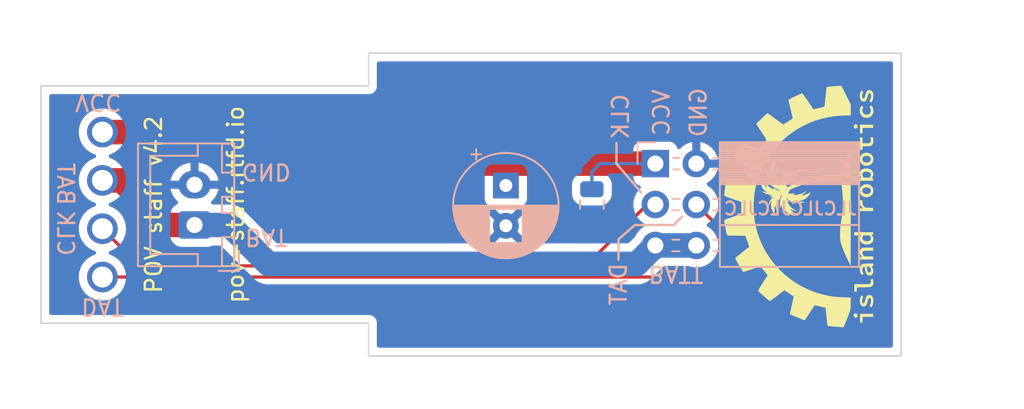
<source format=kicad_pcb>
(kicad_pcb (version 20211014) (generator pcbnew)
  (layers (0 "F.Cu" signal) (31 "B.Cu" signal) (34 "B.Paste" user) (35 "F.Paste" user) (36 "B.SilkS" user "B.Silkscreen") (37 "F.SilkS" user "F.Silkscreen") (38 "B.Mask" user) (39 "F.Mask" user) (44 "Edge.Cuts" user))
  (net 0 "")
  (net 1 "GNDREF")
  (net 2 "/DATA")
  (net 3 "/CLK")
  (net 4 "VCC")
  (net 5 "+BATT")
  (footprint "Shurik:my_logo" (layer "F.Cu") (at 123.19 101.727 90)
    (fp_text reference "G***" hide)
    (fp_text value "LOGO" hide)
  )
  (footprint "shurik-personal:connector-4p-large-nosilk" (layer "F.Cu") (at 80.01 97.099999)
    (fp_text reference "J2" hide)
    (fp_text value "Conn_01x04" hide)
    (pad "1" thru_hole circle (at 0 0) (size 1.9 1.9) (drill 1.3) (layers *.Cu *.Mask) (net 4 "VCC"))
    (pad "2" thru_hole circle (at 0 3) (size 1.9 1.9) (drill 1.3) (layers *.Cu *.Mask) (net 5 "+BATT"))
    (pad "3" thru_hole circle (at 0 6) (size 1.9 1.9) (drill 1.3) (layers *.Cu *.Mask) (net 3 "/CLK"))
    (pad "4" thru_hole circle (at 0 9) (size 1.9 1.9) (drill 1.3) (layers *.Cu *.Mask) (net 2 "/DATA"))
  )
  (footprint "Capacitor_THT:CP_Radial_D6.3mm_P2.50mm" (layer "B.Cu") (at 105.029 100.417621 -90)
    (fp_text reference "C1" hide)
    (fp_text value "100uF" hide)
    (pad "1" thru_hole rect (at 0 0 270) (size 1.6 1.6) (drill 0.8) (layers *.Cu *.Mask) (net 4 "VCC"))
    (pad "2" thru_hole circle (at 2.5 0 270) (size 1.6 1.6) (drill 0.8) (layers *.Cu *.Mask) (net 1 "GNDREF"))
  )
  (footprint "Connector_PinSocket_2.54mm:PinSocket_2x03_P2.54mm_Horizontal" (layer "B.Cu") (at 114.3 99.06 180)
    (fp_text reference "J3" hide)
    (fp_text value "Conn_02x03_Counter_Clockwise")
    (pad "1" thru_hole rect (at 0 0 180) (size 1.7 1.7) (drill 1) (layers *.Cu *.Mask) (net 4 "VCC"))
    (pad "2" thru_hole oval (at -2.54 0 180) (size 1.7 1.7) (drill 1) (layers *.Cu *.Mask) (net 1 "GNDREF"))
    (pad "3" thru_hole oval (at 0 -2.54 180) (size 1.7 1.7) (drill 1) (layers *.Cu *.Mask) (net 3 "/CLK"))
    (pad "4" thru_hole oval (at -2.54 -2.54 180) (size 1.7 1.7) (drill 1) (layers *.Cu *.Mask) (net 2 "/DATA"))
    (pad "5" thru_hole oval (at 0 -5.08 180) (size 1.7 1.7) (drill 1) (layers *.Cu *.Mask) (net 5 "+BATT"))
    (pad "6" thru_hole oval (at -2.54 -5.08 180) (size 1.7 1.7) (drill 1) (layers *.Cu *.Mask) (net 5 "+BATT"))
  )
  (footprint "Capacitor_SMD:C_0805_2012Metric" (layer "B.Cu") (at 110.363 101.6 -90)
    (fp_text reference "C2" hide)
    (fp_text value "10uF")
    (pad "1" smd roundrect (at -0.95 0 270) (size 1 1.45) (layers "B.Cu" "B.Paste" "B.Mask") (net 4 "VCC"))
    (pad "2" smd roundrect (at 0.95 0 270) (size 1 1.45) (layers "B.Cu" "B.Paste" "B.Mask") (net 1 "GNDREF"))
  )
  (footprint "Connector_JST:JST_XH_B2B-XH-A_1x02_P2.50mm_Vertical" (layer "B.Cu") (at 85.725 102.87 90)
    (fp_text reference "J1" hide)
    (fp_text value "Conn_01x02")
    (pad "1" thru_hole roundrect (at 0 0 90) (size 1.7 2) (drill 1) (layers *.Cu *.Mask) (roundrect_rratio 0.1470588235) (net 5 "+BATT"))
    (pad "2" thru_hole oval (at 2.5 0 90) (size 1.7 2) (drill 1) (layers *.Cu *.Mask) (net 1 "GNDREF"))
  )
  (gr_line (start 111.887 99.06) (end 113.411 100.838) (layer "B.SilkS") (width 0.15))
  (gr_line (start 112.014 103.759) (end 113.03 102.87) (layer "B.SilkS") (width 0.15))
  (gr_line (start 115.443 102.87) (end 115.951 102.362) (layer "B.SilkS") (width 0.15))
  (gr_line (start 111.887 97.79) (end 111.887 99.06) (layer "B.SilkS") (width 0.15))
  (gr_line (start 115.443 102.87) (end 113.03 102.87) (layer "B.SilkS") (width 0.15))
  (gr_line (start 112.014 105.029) (end 112.014 103.759) (layer "B.SilkS") (width 0.15))
  (gr_line (start 76.2 108.966) (end 76.2 101.6) (layer "Edge.Cuts") (width 0.1))
  (gr_line (start 76.2 94.234) (end 96.52 94.234) (layer "Edge.Cuts") (width 0.1))
  (gr_line (start 96.52 108.966) (end 96.52 110.998) (layer "Edge.Cuts") (width 0.1))
  (gr_line (start 96.52 92.202) (end 96.52 94.234) (layer "Edge.Cuts") (width 0.1))
  (gr_line (start 76.2 101.6) (end 76.2 94.234) (layer "Edge.Cuts") (width 0.1))
  (gr_line (start 129.54 92.202) (end 129.54 110.998) (layer "Edge.Cuts") (width 0.1))
  (gr_line (start 129.54 110.998) (end 96.52 110.998) (layer "Edge.Cuts") (width 0.1))
  (gr_line (start 76.2 108.966) (end 96.52 108.966) (layer "Edge.Cuts") (width 0.1))
  (gr_line (start 96.52 92.202) (end 129.54 92.202) (layer "Edge.Cuts") (width 0.1))
  (gr_text "BAT" (at 90.17 103.632 180) (layer "B.SilkS") (effects (font (size 1 1)) (justify mirror)))
  (gr_text "VCC" (at 114.681 95.885 90) (layer "B.SilkS") (effects (font (size 1 1)) (justify mirror)))
  (gr_text "BAT" (at 77.724 100.33 270) (layer "B.SilkS") (effects (font (size 1 1)) (justify mirror)))
  (gr_text "DAT" (at 80.01 107.95 180) (layer "B.SilkS") (effects (font (size 1 1)) (justify mirror)))
  (gr_text "JLCJLCJLCJLC" (at 122.682 101.854) (layer "B.SilkS") (effects (font (size 0.8 0.8)) (justify mirror)))
  (gr_text "BATT" (at 115.57 105.918 180) (layer "B.SilkS") (effects (font (size 1 1)) (justify mirror)))
  (gr_text "CLK" (at 112.141 96.139 90) (layer "B.SilkS") (effects (font (size 1 1)) (justify mirror)))
  (gr_text "DAT" (at 112.014 106.553 90) (layer "B.SilkS") (effects (font (size 1 1)) (justify mirror)))
  (gr_text "GND" (at 116.967 95.885 90) (layer "B.SilkS") (effects (font (size 1 1)) (justify mirror)))
  (gr_text "VCC" (at 79.756 95.25 180) (layer "B.SilkS") (effects (font (size 1 1)) (justify mirror)))
  (gr_text "CLK" (at 77.724 103.378 270) (layer "B.SilkS") (effects (font (size 1 1)) (justify mirror)))
  (gr_text "GND" (at 90.17 99.568 180) (layer "B.SilkS") (effects (font (size 1 1)) (justify mirror)))
  (gr_text "POV staff v4.2" (at 83.185 101.6 90) (layer "F.SilkS") (effects (font (size 1 1))))
  (gr_text "pov-staff.rtfd.io" (at 88.265 101.6 90) (layer "F.SilkS") (effects (font (size 1 1))))
  (segment (start 118.745 103.505) (end 116.84 101.6) (width 0.2032) (layer "F.Cu") (net 2))
  (segment (start 117.927999 106.100001) (end 118.745 105.283) (width 0.2032) (layer "F.Cu") (net 2))
  (segment (start 118.745 105.283) (end 118.745 103.505) (width 0.2032) (layer "F.Cu") (net 2))
  (segment (start 80.01 106.100001) (end 117.927999 106.100001) (width 0.2032) (layer "F.Cu") (net 2))
  (segment (start 109.982 105.41) (end 113.792 101.6) (width 0.2032) (layer "F.Cu") (net 3))
  (segment (start 80.01 103.1) (end 82.32 105.41) (width 0.2032) (layer "F.Cu") (net 3))
  (segment (start 82.32 105.41) (end 109.982 105.41) (width 0.2032) (layer "F.Cu") (net 3))
  (segment (start 98.806 99.06) (end 114.3 99.06) (width 1.524) (layer "F.Cu") (net 4))
  (segment (start 80.01 97.1) (end 96.846 97.1) (width 1.524) (layer "F.Cu") (net 4))
  (segment (start 105.029 100.417621) (end 105.029 99.187) (width 1.524) (layer "F.Cu") (net 4))
  (segment (start 96.846 97.1) (end 98.806 99.06) (width 1.524) (layer "F.Cu") (net 4))
  (segment (start 110.363 99.568) (end 110.871 99.06) (width 0.2032) (layer "B.Cu") (net 4))
  (segment (start 110.363 100.65) (end 110.363 99.568) (width 0.2032) (layer "B.Cu") (net 4))
  (segment (start 110.871 99.06) (end 114.3 99.06) (width 0.2032) (layer "B.Cu") (net 4))
  (segment (start 81.2 100.1) (end 80.01 100.1) (width 1.524) (layer "F.Cu") (net 5))
  (segment (start 85.725 102.87) (end 83.97 102.87) (width 1.524) (layer "F.Cu") (net 5))
  (segment (start 83.97 102.87) (end 81.2 100.1) (width 1.524) (layer "F.Cu") (net 5))
  (segment (start 113.157 105.283) (end 114.3 104.14) (width 1.524) (layer "B.Cu") (net 5))
  (segment (start 90.297 105.283) (end 113.157 105.283) (width 1.524) (layer "B.Cu") (net 5))
  (segment (start 87.884 102.87) (end 90.297 105.283) (width 1.524) (layer "B.Cu") (net 5))
  (segment (start 114.3 104.14) (end 116.84 104.14) (width 1.524) (layer "B.Cu") (net 5))
  (segment (start 85.725 102.87) (end 87.884 102.87) (width 1.524) (layer "B.Cu") (net 5))
  (zone (net 1) (net_name "GNDREF") (layer "B.Cu") (connect_pads thru_hole_only (clearance 0.508)) (min_thickness 0.254) (fill yes (thermal_gap 0.508) (thermal_bridge_width 0.508))
    (polygon (pts (xy 137.16 114.3) (xy 73.66 114.3) (xy 73.66 88.9) (xy 137.16 88.9)))
  )
)
</source>
